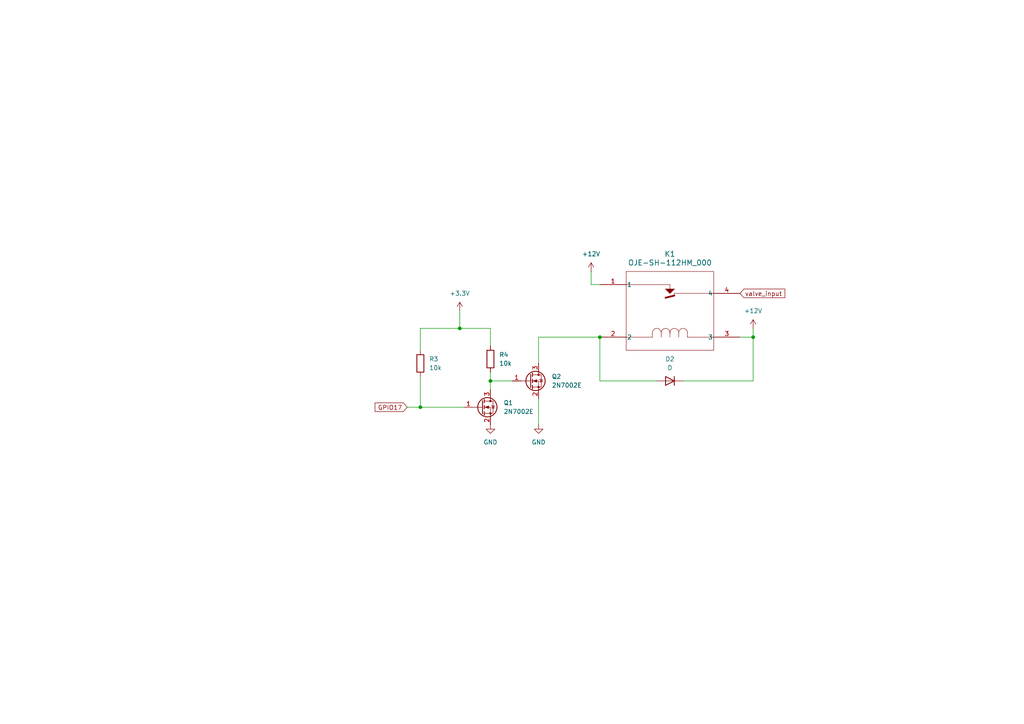
<source format=kicad_sch>
(kicad_sch (version 20231120) (generator "eeschema") (generator_version "8.0")
  (paper "A4")
  (lib_symbols
    (symbol "Device:D" (pin_numbers hide) (pin_names (offset 1.016) hide)
      (property "Reference" "D" (at 0 2.54 0))
      (property "Value" "D" (at 0 -2.54 0))
      (symbol "D_0_1"
        (polyline (pts (xy -1.27 1.27) (xy -1.27 -1.27)) (stroke (width 0.254)))
        (polyline (pts (xy 1.27 0) (xy -1.27 0)))
        (polyline (pts (xy 1.27 1.27) (xy 1.27 -1.27) (xy -1.27 0) (xy 1.27 1.27)) (stroke (width 0.254)))
      )
      (symbol "D_1_1"
        (pin passive line (at -3.81 0 0) (length 2.54) (name "K") (number "1"))
        (pin passive line (at 3.81 0 180) (length 2.54) (name "A") (number "2"))
      )
    )
    (symbol "Device:R" (pin_numbers hide) (pin_names (offset 0))
      (property "Reference" "R" (at 2.032 0 90))
      (property "Value" "R" (at 0 0 90))
      (symbol "R_0_1"
        (rectangle (start -1.016 -2.54) (end 1.016 2.54) (stroke (width 0.254)))
      )
      (symbol "R_1_1"
        (pin passive line (at 0 3.81 270) (length 1.27) (name "~") (number "1"))
        (pin passive line (at 0 -3.81 90) (length 1.27) (name "~") (number "2"))
      )
    )
    (symbol "Transistor_FET:2N7002E" (pin_names hide)
      (property "Reference" "Q" (at 5.08 1.905 0))
      (property "Value" "2N7002E" (at 5.08 0 0))
      (symbol "2N7002E_0_1"
        (polyline (pts (xy 0.254 0) (xy -2.54 0)))
        (polyline (pts (xy 0.254 1.905) (xy 0.254 -1.905)) (stroke (width 0.254)))
        (polyline (pts (xy 0.762 -1.27) (xy 0.762 -2.286)) (stroke (width 0.254)))
        (polyline (pts (xy 0.762 0.508) (xy 0.762 -0.508)) (stroke (width 0.254)))
        (polyline (pts (xy 0.762 2.286) (xy 0.762 1.27)) (stroke (width 0.254)))
        (polyline (pts (xy 2.54 2.54) (xy 2.54 1.778)))
        (polyline (pts (xy 2.54 -2.54) (xy 2.54 0) (xy 0.762 0)))
        (polyline (pts (xy 0.762 -1.778) (xy 3.302 -1.778) (xy 3.302 1.778) (xy 0.762 1.778)))
        (polyline (pts (xy 1.016 0) (xy 2.032 0.381) (xy 2.032 -0.381) (xy 1.016 0)) (fill (type outline)))
        (polyline (pts (xy 2.794 0.508) (xy 2.921 0.381) (xy 3.683 0.381) (xy 3.81 0.254)))
        (polyline (pts (xy 3.302 0.381) (xy 2.921 -0.254) (xy 3.683 -0.254) (xy 3.302 0.381)))
        (circle (center 1.651 0) (radius 2.794) (stroke (width 0.254)))
        (circle (center 2.54 -1.778) (radius 0.254) (fill (type outline)))
        (circle (center 2.54 1.778) (radius 0.254) (fill (type outline)))
      )
      (symbol "2N7002E_1_1"
        (pin input line (at -5.08 0 0) (length 2.54) (name "G") (number "1"))
        (pin passive line (at 2.54 -5.08 90) (length 2.54) (name "S") (number "2"))
        (pin passive line (at 2.54 5.08 270) (length 2.54) (name "D") (number "3"))
      )
    )
    (symbol "lysimeter_symbols:OJE-SH-112HM_000" (pin_names (offset 0.254))
      (property "Reference" "K" (at 20.32 8.89 0))
      (property "Value" "OJE-SH-112HM_000" (at 20.32 6.35 0))
      (symbol "OJE-SH-112HM_000_0_1"
        (polyline (pts (xy 7.62 -19.05) (xy 33.02 -19.05)) (stroke (width 0.127)))
        (polyline (pts (xy 7.62 -15.24) (xy 15.24 -15.24)) (stroke (width 0.127)))
        (polyline (pts (xy 7.62 3.81) (xy 7.62 -19.05)) (stroke (width 0.127)))
        (polyline (pts (xy 15.24 -13.97) (xy 15.24 -15.24)) (stroke (width 0.127)))
        (polyline (pts (xy 17.78 -13.97) (xy 17.78 -15.24)) (stroke (width 0.127)))
        (polyline (pts (xy 19.05 -1.27) (xy 21.59 -1.27)) (stroke (width 0.127)))
        (polyline (pts (xy 20.32 -13.97) (xy 20.32 -15.24)) (stroke (width 0.127)))
        (polyline (pts (xy 20.32 -2.54) (xy 19.05 -1.27)) (stroke (width 0.127)))
        (polyline (pts (xy 20.32 -2.54) (xy 21.59 -1.27)) (stroke (width 0.127)))
        (polyline (pts (xy 20.32 -1.27) (xy 20.32 0)) (stroke (width 0.127)))
        (polyline (pts (xy 20.32 0) (xy 7.62 0)) (stroke (width 0.127)))
        (polyline (pts (xy 21.59 -3.175) (xy 19.05 -3.81)) (stroke (width 0.508)))
        (polyline (pts (xy 21.59 -2.54) (xy 21.59 -3.175)) (stroke (width 0.127)))
        (polyline (pts (xy 22.86 -13.97) (xy 22.86 -15.24)) (stroke (width 0.127)))
        (polyline (pts (xy 25.4 -15.24) (xy 33.02 -15.24)) (stroke (width 0.127)))
        (polyline (pts (xy 25.4 -13.97) (xy 25.4 -15.24)) (stroke (width 0.127)))
        (polyline (pts (xy 33.02 -19.05) (xy 33.02 3.81)) (stroke (width 0.127)))
        (polyline (pts (xy 33.02 -2.54) (xy 21.59 -2.54)) (stroke (width 0.127)))
        (polyline (pts (xy 33.02 3.81) (xy 7.62 3.81)) (stroke (width 0.127)))
        (polyline (pts (xy 19.05 -1.27) (xy 20.32 -2.54) (xy 21.59 -1.27)) (fill (type outline)))
        (arc (start 17.78 -13.97) (mid 16.51 -12.7055) (end 15.24 -13.97) (stroke (width 0.127)))
        (arc (start 20.32 -13.97) (mid 19.05 -12.7055) (end 17.78 -13.97) (stroke (width 0.127)))
        (arc (start 22.86 -13.97) (mid 21.59 -12.7055) (end 20.32 -13.97) (stroke (width 0.127)))
        (arc (start 25.4 -13.97) (mid 24.13 -12.7055) (end 22.86 -13.97) (stroke (width 0.127)))
        (pin unspecified line (at 0 0 0) (length 7.62) (name "1") (number "1"))
        (pin unspecified line (at 0 -15.24 0) (length 7.62) (name "2") (number "2"))
        (pin unspecified line (at 40.64 -15.24 180) (length 7.62) (name "3") (number "3"))
        (pin unspecified line (at 40.64 -2.54 180) (length 7.62) (name "4") (number "4"))
      )
    )
    (symbol "power:+12V" (power) (pin_numbers hide) (pin_names (offset 0) hide)
      (property "Value" "+12V" (at 0 3.556 0))
      (symbol "+12V_0_1"
        (polyline (pts (xy -0.762 1.27) (xy 0 2.54)))
        (polyline (pts (xy 0 0) (xy 0 2.54)))
        (polyline (pts (xy 0 2.54) (xy 0.762 1.27)))
      )
      (symbol "+12V_1_1"
        (pin power_in line (at 0 0 90) (length 0) (name "~") (number "1"))
      )
    )
    (symbol "power:+3.3V" (power) (pin_numbers hide) (pin_names (offset 0) hide)
      (property "Value" "+3.3V" (at 0 3.556 0))
      (symbol "+3.3V_0_1"
        (polyline (pts (xy -0.762 1.27) (xy 0 2.54)))
        (polyline (pts (xy 0 0) (xy 0 2.54)))
        (polyline (pts (xy 0 2.54) (xy 0.762 1.27)))
      )
      (symbol "+3.3V_1_1"
        (pin power_in line (at 0 0 90) (length 0) (name "~") (number "1"))
      )
    )
    (symbol "power:GND" (power) (pin_numbers hide) (pin_names (offset 0) hide)
      (property "Value" "GND" (at 0 -3.81 0))
      (symbol "GND_0_1"
        (polyline (pts (xy 0 0) (xy 0 -1.27) (xy 1.27 -1.27) (xy 0 -2.54) (xy -1.27 -1.27) (xy 0 -1.27)))
      )
      (symbol "GND_1_1"
        (pin power_in line (at 0 0 270) (length 0) (name "~") (number "1"))
      )
    )
  )
  (junction (at 218.44 97.79))
  (junction (at 121.92 118.11))
  (junction (at 173.99 97.79))
  (junction (at 142.24 110.49))
  (junction (at 133.35 95.25))
  (wire (pts (xy 218.44 95.25) (xy 218.44 97.79)))
  (wire (pts (xy 198.12 110.49) (xy 218.44 110.49)))
  (wire (pts (xy 142.24 107.95) (xy 142.24 110.49)))
  (wire (pts (xy 133.35 95.25) (xy 142.24 95.25)))
  (wire (pts (xy 121.92 95.25) (xy 133.35 95.25)))
  (wire (pts (xy 133.35 90.17) (xy 133.35 95.25)))
  (wire (pts (xy 121.92 101.6) (xy 121.92 95.25)))
  (wire (pts (xy 190.5 110.49) (xy 173.99 110.49)))
  (wire (pts (xy 142.24 110.49) (xy 142.24 113.03)))
  (wire (pts (xy 156.21 105.41) (xy 156.21 97.79)))
  (wire (pts (xy 156.21 97.79) (xy 173.99 97.79)))
  (wire (pts (xy 173.99 82.55) (xy 171.45 82.55)))
  (wire (pts (xy 173.99 97.79) (xy 173.99 110.49)))
  (wire (pts (xy 171.45 78.74) (xy 171.45 82.55)))
  (wire (pts (xy 121.92 109.22) (xy 121.92 118.11)))
  (wire (pts (xy 121.92 118.11) (xy 134.62 118.11)))
  (wire (pts (xy 142.24 110.49) (xy 148.59 110.49)))
  (wire (pts (xy 214.63 97.79) (xy 218.44 97.79)))
  (wire (pts (xy 118.11 118.11) (xy 121.92 118.11)))
  (wire (pts (xy 218.44 110.49) (xy 218.44 97.79)))
  (wire (pts (xy 142.24 95.25) (xy 142.24 100.33)))
  (wire (pts (xy 156.21 115.57) (xy 156.21 123.19)))
  (global_label "GPIO17" (shape input) (at 118.11 118.11 180) (property "Intersheetrefs" "${INTERSHEET_REFS}" (effects (hide yes))))
  (global_label "valve_input" (shape input) (at 214.63 85.09 0) (property "Intersheetrefs" "${INTERSHEET_REFS}" (effects (hide yes))))
  (symbol (lib_id "power:+12V") (at 218.44 95.25 0) (unit 1)
    (property "Reference" "#PWR02" (effects (hide yes)))
    (property "Value" "+12V" (at 218.44 90.17 0))
    (property "Description" "Power symbol creates a global label with name \"+12V\"" (effects (hide yes)))
  )
  (symbol (lib_id "power:+12V") (at 171.45 78.74 0) (unit 1)
    (property "Reference" "#PWR05" (effects (hide yes)))
    (property "Value" "+12V" (at 171.45 73.66 0))
    (property "Description" "Power symbol creates a global label with name \"+12V\"" (effects (hide yes)))
  )
  (symbol (lib_id "Device:D") (at 194.31 110.49 180) (unit 1)
    (property "Reference" "D2" (at 194.31 104.14 0))
    (property "Value" "D" (at 194.31 106.68 0))
    (property "Description" "Diode" (effects (hide yes)))
    (property "Sim.Device" "D" (effects (hide yes)))
    (property "Sim.Pins" "1=K 2=A" (effects (hide yes)))
  )
  (symbol (lib_id "Transistor_FET:2N7002E") (at 139.7 118.11 0) (unit 1)
    (property "Reference" "Q1" (at 146.05 116.8399 0) (effects (justify left)))
    (property "Value" "2N7002E" (at 146.05 119.3799 0) (effects (justify left)))
    (property "Footprint" "Package_TO_SOT_SMD:SOT-23" (effects (hide yes)))
    (property "Datasheet" "http://www.diodes.com/assets/Datasheets/ds30376.pdf" (effects (hide yes)))
    (property "Description" "0.24A Id, 60V Vds, N-Channel MOSFET, SOT-23" (effects (hide yes)))
  )
  (symbol (lib_id "lysimeter_symbols:OJE-SH-112HM_000") (at 173.99 82.55 0) (unit 1)
    (property "Reference" "K1" (at 194.31 73.66 0) (effects (font (size 1.524 1.524))))
    (property "Value" "OJE-SH-112HM_000" (at 194.31 76.2 0) (effects (font (size 1.524 1.524))))
    (property "Footprint" "lysimeter_footprints:RELAY4_112HM-000_TEC" (effects (hide yes)))
    (property "Datasheet" "OJE-SH-112HM_000" (effects (hide yes)))
  )
  (symbol (lib_id "power:+3.3V") (at 133.35 90.17 0) (unit 1)
    (property "Reference" "#PWR06" (effects (hide yes)))
    (property "Value" "+3.3V" (at 133.35 85.09 0))
    (property "Description" "Power symbol creates a global label with name \"+3.3V\"" (effects (hide yes)))
  )
  (symbol (lib_id "Transistor_FET:2N7002E") (at 153.67 110.49 0) (unit 1)
    (property "Reference" "Q2" (at 160.02 109.2199 0) (effects (justify left)))
    (property "Value" "2N7002E" (at 160.02 111.7599 0) (effects (justify left)))
    (property "Footprint" "Package_TO_SOT_SMD:SOT-23" (effects (hide yes)))
    (property "Datasheet" "http://www.diodes.com/assets/Datasheets/ds30376.pdf" (effects (hide yes)))
    (property "Description" "0.24A Id, 60V Vds, N-Channel MOSFET, SOT-23" (effects (hide yes)))
  )
  (symbol (lib_id "power:GND") (at 142.24 123.19 0) (unit 1)
    (property "Reference" "#PWR048" (effects (hide yes)))
    (property "Value" "GND" (at 142.24 128.27 0))
    (property "Description" "Power symbol creates a global label with name \"GND\" , ground" (effects (hide yes)))
  )
  (symbol (lib_id "power:GND") (at 156.21 123.19 0) (unit 1)
    (property "Reference" "#PWR045" (effects (hide yes)))
    (property "Value" "GND" (at 156.21 128.27 0))
    (property "Description" "Power symbol creates a global label with name \"GND\" , ground" (effects (hide yes)))
  )
  (symbol (lib_id "Device:R") (at 142.24 104.14 0) (unit 1)
    (property "Reference" "R4" (at 144.78 102.8699 0) (effects (justify left)))
    (property "Value" "10k" (at 144.78 105.4099 0) (effects (justify left)))
    (property "Footprint" "Resistor_SMD:R_0603_1608Metric_Pad0.98x0.95mm_HandSolder" (effects (hide yes)))
    (property "Description" "Resistor" (effects (hide yes)))
  )
  (symbol (lib_id "Device:R") (at 121.92 105.41 0) (unit 1)
    (property "Reference" "R3" (at 124.46 104.1399 0) (effects (justify left)))
    (property "Value" "10k" (at 124.46 106.6799 0) (effects (justify left)))
    (property "Footprint" "Resistor_SMD:R_0603_1608Metric_Pad0.98x0.95mm_HandSolder" (effects (hide yes)))
    (property "Description" "Resistor" (effects (hide yes)))
  )
)
</source>
